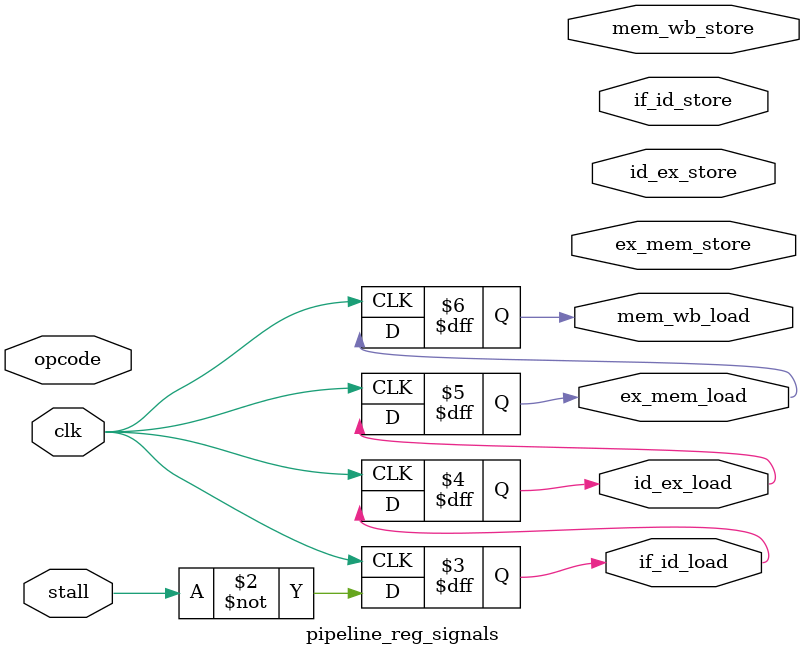
<source format=sv>
module pipeline_reg_signals
(
  input logic  clk,
               stall,
               opcode,
  output logic if_id_load,
               id_ex_load,
               ex_mem_load,
               mem_wb_load,
               if_id_store,
               id_ex_store,
               ex_mem_store,
               mem_wb_store,
);

always_ff @ (posedge clk) begin
  if_id_load <= ~stall;
  id_ex_load <= if_id_load;
  ex_mem_load <= id_ex_load; //prev_load || curr_load
  mem_wb_load <= ex_mem_load;
end
//
// always_ff @ (negedge clk) begin
//   if_id_store <= ~stall;
//   id_ex_store <= ~stall;
//   ex_mem_store <= id_ex_store || ~stall;
//   mem_wb_store <= ex_mem_store;
// end

endmodule : pipeline_reg_signals

</source>
